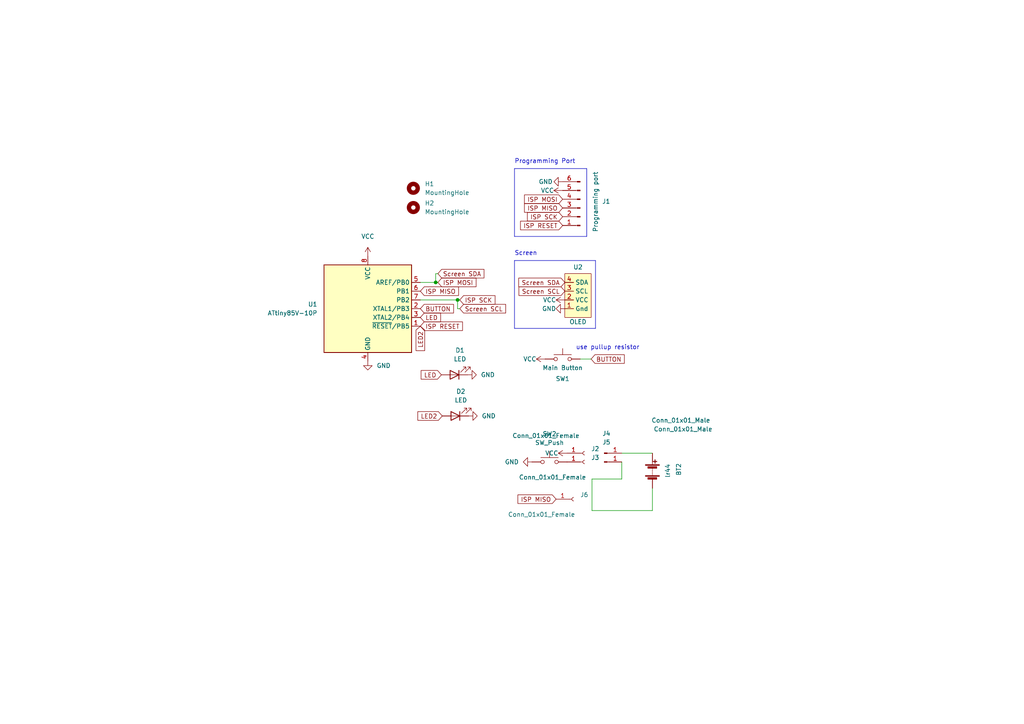
<source format=kicad_sch>
(kicad_sch (version 20231120) (generator "eeschema") (generator_version "8.0")
  (paper "A4")
  (lib_symbols
    (symbol "Connector:Conn_01x01_Female" (pin_names (offset 1.016) hide)
      (property "Reference" "J" (at 0 2.54 0))
      (property "Value" "Conn_01x01_Female" (at 0 -2.54 0))
      (symbol "Conn_01x01_Female_1_1"
        (polyline (pts (xy -1.27 0) (xy -0.508 0)) (stroke (width 0.1524)))
        (arc (start 0 0.508) (mid -0.5058 0) (end 0 -0.508) (stroke (width 0.1524)))
        (pin passive line (at -5.08 0 0) (length 3.81) (name "Pin_1") (number "1"))
      )
    )
    (symbol "Connector:Conn_01x01_Male" (pin_names (offset 1.016) hide)
      (property "Reference" "J" (at 0 2.54 0))
      (property "Value" "Conn_01x01_Male" (at 0 -2.54 0))
      (symbol "Conn_01x01_Male_1_1"
        (polyline (pts (xy 1.27 0) (xy 0.8636 0)) (stroke (width 0.1524)))
        (rectangle (start 0.8636 0.127) (end 0 -0.127) (stroke (width 0.1524)) (fill (type outline)))
        (pin passive line (at 5.08 0 180) (length 3.81) (name "Pin_1") (number "1"))
      )
    )
    (symbol "Connector:Conn_01x06_Male" (pin_names (offset 1.016) hide)
      (property "Reference" "J" (at 0 7.62 0))
      (property "Value" "Conn_01x06_Male" (at 0 -10.16 0))
      (symbol "Conn_01x06_Male_1_1"
        (polyline (pts (xy 1.27 -7.62) (xy 0.8636 -7.62)) (stroke (width 0.1524)))
        (polyline (pts (xy 1.27 -5.08) (xy 0.8636 -5.08)) (stroke (width 0.1524)))
        (polyline (pts (xy 1.27 -2.54) (xy 0.8636 -2.54)) (stroke (width 0.1524)))
        (polyline (pts (xy 1.27 0) (xy 0.8636 0)) (stroke (width 0.1524)))
        (polyline (pts (xy 1.27 2.54) (xy 0.8636 2.54)) (stroke (width 0.1524)))
        (polyline (pts (xy 1.27 5.08) (xy 0.8636 5.08)) (stroke (width 0.1524)))
        (rectangle (start 0.8636 -7.493) (end 0 -7.747) (stroke (width 0.1524)) (fill (type outline)))
        (rectangle (start 0.8636 -4.953) (end 0 -5.207) (stroke (width 0.1524)) (fill (type outline)))
        (rectangle (start 0.8636 -2.413) (end 0 -2.667) (stroke (width 0.1524)) (fill (type outline)))
        (rectangle (start 0.8636 0.127) (end 0 -0.127) (stroke (width 0.1524)) (fill (type outline)))
        (rectangle (start 0.8636 2.667) (end 0 2.413) (stroke (width 0.1524)) (fill (type outline)))
        (rectangle (start 0.8636 5.207) (end 0 4.953) (stroke (width 0.1524)) (fill (type outline)))
        (pin passive line (at 5.08 5.08 180) (length 3.81) (name "Pin_1") (number "1"))
        (pin passive line (at 5.08 2.54 180) (length 3.81) (name "Pin_2") (number "2"))
        (pin passive line (at 5.08 0 180) (length 3.81) (name "Pin_3") (number "3"))
        (pin passive line (at 5.08 -2.54 180) (length 3.81) (name "Pin_4") (number "4"))
        (pin passive line (at 5.08 -5.08 180) (length 3.81) (name "Pin_5") (number "5"))
        (pin passive line (at 5.08 -7.62 180) (length 3.81) (name "Pin_6") (number "6"))
      )
    )
    (symbol "Device:Battery" (pin_numbers hide) (pin_names (offset 0) hide)
      (property "Reference" "BT" (at 2.54 2.54 0))
      (property "Value" "Battery" (at 2.54 0 0))
      (symbol "Battery_0_1"
        (rectangle (start -2.032 -1.397) (end 2.032 -1.651) (fill (type outline)))
        (rectangle (start -2.032 1.778) (end 2.032 1.524) (fill (type outline)))
        (rectangle (start -1.3208 -1.9812) (end 1.27 -2.4892) (fill (type outline)))
        (rectangle (start -1.3208 1.1938) (end 1.27 0.6858) (fill (type outline)))
        (polyline (pts (xy 0 -1.524) (xy 0 -1.27)))
        (polyline (pts (xy 0 -1.016) (xy 0 -0.762)))
        (polyline (pts (xy 0 -0.508) (xy 0 -0.254)))
        (polyline (pts (xy 0 0) (xy 0 0.254)))
        (polyline (pts (xy 0 0.508) (xy 0 0.762)))
        (polyline (pts (xy 0 1.778) (xy 0 2.54)))
        (polyline (pts (xy 0.254 2.667) (xy 1.27 2.667)) (stroke (width 0.254)))
        (polyline (pts (xy 0.762 3.175) (xy 0.762 2.159)) (stroke (width 0.254)))
      )
      (symbol "Battery_1_1"
        (pin passive line (at 0 5.08 270) (length 2.54) (name "+") (number "1"))
        (pin passive line (at 0 -5.08 90) (length 2.54) (name "-") (number "2"))
      )
    )
    (symbol "Device:LED" (pin_numbers hide) (pin_names (offset 1.016) hide)
      (property "Reference" "D" (at 0 2.54 0))
      (property "Value" "LED" (at 0 -2.54 0))
      (symbol "LED_0_1"
        (polyline (pts (xy -1.27 -1.27) (xy -1.27 1.27)) (stroke (width 0.254)))
        (polyline (pts (xy -1.27 0) (xy 1.27 0)))
        (polyline (pts (xy 1.27 -1.27) (xy 1.27 1.27) (xy -1.27 0) (xy 1.27 -1.27)) (stroke (width 0.254)))
        (polyline (pts (xy -3.048 -0.762) (xy -4.572 -2.286) (xy -3.81 -2.286) (xy -4.572 -2.286) (xy -4.572 -1.524)))
        (polyline (pts (xy -1.778 -0.762) (xy -3.302 -2.286) (xy -2.54 -2.286) (xy -3.302 -2.286) (xy -3.302 -1.524)))
      )
      (symbol "LED_1_1"
        (pin passive line (at -3.81 0 0) (length 2.54) (name "K") (number "1"))
        (pin passive line (at 3.81 0 180) (length 2.54) (name "A") (number "2"))
      )
    )
    (symbol "MCU_Microchip_ATtiny:ATtiny85V-10P"
      (property "Reference" "U" (at -12.7 13.97 0))
      (property "Value" "ATtiny85V-10P" (at 2.54 -13.97 0))
      (symbol "ATtiny85V-10P_0_1"
        (rectangle (start -12.7 -12.7) (end 12.7 12.7) (stroke (width 0.254)) (fill (type background)))
      )
      (symbol "ATtiny85V-10P_1_1"
        (pin bidirectional line (at 15.24 -5.08 180) (length 2.54) (name "~{RESET}/PB5") (number "1"))
        (pin bidirectional line (at 15.24 0 180) (length 2.54) (name "XTAL1/PB3") (number "2"))
        (pin bidirectional line (at 15.24 -2.54 180) (length 2.54) (name "XTAL2/PB4") (number "3"))
        (pin power_in line (at 0 -15.24 90) (length 2.54) (name "GND") (number "4"))
        (pin bidirectional line (at 15.24 7.62 180) (length 2.54) (name "AREF/PB0") (number "5"))
        (pin bidirectional line (at 15.24 5.08 180) (length 2.54) (name "PB1") (number "6"))
        (pin bidirectional line (at 15.24 2.54 180) (length 2.54) (name "PB2") (number "7"))
        (pin power_in line (at 0 15.24 270) (length 2.54) (name "VCC") (number "8"))
      )
    )
    (symbol "Mechanical:MountingHole" (pin_names (offset 1.016))
      (property "Reference" "H" (at 0 5.08 0))
      (property "Value" "MountingHole" (at 0 3.175 0))
      (symbol "MountingHole_0_1"
        (circle (center 0 0) (radius 1.27) (stroke (width 1.27)))
      )
    )
    (symbol "Switch:SW_Push" (pin_numbers hide) (pin_names (offset 1.016) hide)
      (property "Reference" "SW" (at 1.27 2.54 0))
      (property "Value" "SW_Push" (at 0 -1.524 0))
      (symbol "SW_Push_0_1"
        (circle (center -2.032 0) (radius 0.508))
        (polyline (pts (xy 0 1.27) (xy 0 3.048)))
        (polyline (pts (xy 2.54 1.27) (xy -2.54 1.27)))
        (circle (center 2.032 0) (radius 0.508))
        (pin passive line (at -5.08 0 0) (length 2.54) (name "1") (number "1"))
        (pin passive line (at 5.08 0 180) (length 2.54) (name "2") (number "2"))
      )
    )
    (symbol "Tamagotchi:i2c_OLED"
      (property "Reference" "U" (at 0 0 0))
      (property "Value" "i2c_OLED" (at 0 0 0))
      (symbol "i2c_OLED_0_1"
        (rectangle (start -6.35 -2.54) (end 6.35 -10.16) (fill (type background)))
      )
      (symbol "i2c_OLED_1_1"
        (pin input line (at -3.81 -2.54 270) (length 2.54) (name "Gnd") (number "1"))
        (pin input line (at -1.27 -2.54 270) (length 2.54) (name "VCC") (number "2"))
        (pin input line (at 1.27 -2.54 270) (length 2.54) (name "SCL") (number "3"))
        (pin input line (at 3.81 -2.54 270) (length 2.54) (name "SDA") (number "4"))
      )
    )
    (symbol "power:GND" (power) (pin_names (offset 0))
      (property "Value" "GND" (at 0 -3.81 0))
      (symbol "GND_0_1"
        (polyline (pts (xy 0 0) (xy 0 -1.27) (xy 1.27 -1.27) (xy 0 -2.54) (xy -1.27 -1.27) (xy 0 -1.27)))
      )
      (symbol "GND_1_1"
        (pin power_in line (at 0 0 270) (length 0) hide (name "GND") (number "1"))
      )
    )
    (symbol "power:VCC" (power) (pin_names (offset 0))
      (property "Value" "VCC" (at 0 3.81 0))
      (symbol "VCC_0_1"
        (polyline (pts (xy -0.762 1.27) (xy 0 2.54)))
        (polyline (pts (xy 0 0) (xy 0 2.54)))
        (polyline (pts (xy 0 2.54) (xy 0.762 1.27)))
      )
      (symbol "VCC_1_1"
        (pin power_in line (at 0 0 90) (length 0) hide (name "VCC") (number "1"))
      )
    )
  )
  (junction (at 126.365 81.915))
  (junction (at 132.715 86.995))
  (polyline (pts (xy 149.225 75.565) (xy 172.72 75.565)))
  (wire (pts (xy 121.92 86.995) (xy 132.715 86.995)))
  (wire (pts (xy 126.365 79.375) (xy 126.365 81.915)))
  (wire (pts (xy 132.715 89.535) (xy 133.35 89.535)))
  (wire (pts (xy 127 79.375) (xy 126.365 79.375)))
  (wire (pts (xy 171.704 138.938) (xy 180.34 138.938)))
  (polyline (pts (xy 149.225 68.58) (xy 149.225 48.895)))
  (wire (pts (xy 132.715 86.995) (xy 132.715 89.535)))
  (polyline (pts (xy 149.225 48.895) (xy 170.18 48.895)))
  (polyline (pts (xy 149.225 95.25) (xy 149.225 75.565)))
  (wire (pts (xy 171.704 148.082) (xy 171.704 138.938)))
  (polyline (pts (xy 172.72 75.565) (xy 172.72 95.25)))
  (wire (pts (xy 168.275 104.14) (xy 171.45 104.14)))
  (wire (pts (xy 189.23 148.082) (xy 189.23 141.605)))
  (wire (pts (xy 180.34 138.938) (xy 180.34 133.985)))
  (polyline (pts (xy 172.72 95.25) (xy 149.225 95.25)))
  (wire (pts (xy 180.34 131.445) (xy 189.23 131.445)))
  (wire (pts (xy 126.365 81.915) (xy 127 81.915)))
  (wire (pts (xy 132.715 86.995) (xy 133.35 86.995)))
  (polyline (pts (xy 170.18 68.58) (xy 149.225 68.58)))
  (wire (pts (xy 171.704 148.082) (xy 189.23 148.082)))
  (wire (pts (xy 121.92 81.915) (xy 126.365 81.915)))
  (polyline (pts (xy 170.18 48.895) (xy 170.18 68.58)))
  (text "Programming Port\n" (at 149.225 47.625 0) (effects (font (size 1.27 1.27)) (justify left bottom)))
  (text "Screen\n" (at 149.225 74.295 0) (effects (font (size 1.27 1.27)) (justify left bottom)))
  (text "use pullup resistor" (at 167.005 101.6 0) (effects (font (size 1.27 1.27)) (justify left bottom)))
  (global_label "Screen SDA" (shape input) (at 163.83 81.915 180) (property "Intersheetrefs" "${INTERSHEET_REFS}" (effects (hide yes))))
  (global_label "BUTTON" (shape input) (at 121.92 89.535 0) (property "Intersheetrefs" "${INTERSHEET_REFS}" (effects (hide yes))))
  (global_label "ISP MOSI" (shape input) (at 127 81.915 0) (property "Intersheetrefs" "${INTERSHEET_REFS}" (effects (hide yes))))
  (global_label "Screen SCL" (shape input) (at 163.83 84.455 180) (property "Intersheetrefs" "${INTERSHEET_REFS}" (effects (hide yes))))
  (global_label "ISP SCK" (shape input) (at 163.195 62.865 180) (property "Intersheetrefs" "${INTERSHEET_REFS}" (effects (hide yes))))
  (global_label "Screen SCL" (shape input) (at 133.35 89.535 0) (property "Intersheetrefs" "${INTERSHEET_REFS}" (effects (hide yes))))
  (global_label "ISP RESET" (shape input) (at 121.92 94.615 0) (property "Intersheetrefs" "${INTERSHEET_REFS}" (effects (hide yes))))
  (global_label "BUTTON" (shape input) (at 171.45 104.14 0) (property "Intersheetrefs" "${INTERSHEET_REFS}" (effects (hide yes))))
  (global_label "LED2" (shape input) (at 121.92 94.615 270) (property "Intersheetrefs" "${INTERSHEET_REFS}" (effects (hide yes))))
  (global_label "ISP MOSI" (shape input) (at 163.195 57.785 180) (property "Intersheetrefs" "${INTERSHEET_REFS}" (effects (hide yes))))
  (global_label "ISP MISO" (shape input) (at 161.29 144.78 180) (property "Intersheetrefs" "${INTERSHEET_REFS}" (effects (hide yes))))
  (global_label "LED" (shape input) (at 121.92 92.075 0) (property "Intersheetrefs" "${INTERSHEET_REFS}" (effects (hide yes))))
  (global_label "ISP RESET" (shape input) (at 163.195 65.405 180) (property "Intersheetrefs" "${INTERSHEET_REFS}" (effects (hide yes))))
  (global_label "ISP MISO" (shape input) (at 163.195 60.325 180) (property "Intersheetrefs" "${INTERSHEET_REFS}" (effects (hide yes))))
  (global_label "ISP SCK" (shape input) (at 133.35 86.995 0) (property "Intersheetrefs" "${INTERSHEET_REFS}" (effects (hide yes))))
  (global_label "Screen SDA" (shape input) (at 127 79.375 0) (property "Intersheetrefs" "${INTERSHEET_REFS}" (effects (hide yes))))
  (global_label "ISP MISO" (shape input) (at 121.92 84.455 0) (property "Intersheetrefs" "${INTERSHEET_REFS}" (effects (hide yes))))
  (global_label "LED" (shape input) (at 128.016 108.712 180) (property "Intersheetrefs" "${INTERSHEET_REFS}" (effects (hide yes))))
  (global_label "LED2" (shape input) (at 128.27 120.65 180) (property "Intersheetrefs" "${INTERSHEET_REFS}" (effects (hide yes))))
  (symbol (lib_id "Device:LED") (at 131.826 108.712 180) (unit 1)
    (property "Reference" "D1" (at 133.4135 101.6 0))
    (property "Value" "LED" (at 133.4135 104.14 0))
    (property "Footprint" "LED_THT:LED_D1.8mm_W3.3mm_H2.4mm" (effects (hide yes)))
  )
  (symbol (lib_id "power:GND") (at 135.636 108.712 90) (unit 1)
    (property "Reference" "#PWR01" (effects (hide yes)))
    (property "Value" "GND" (at 139.446 108.712 90) (effects (justify right)))
  )
  (symbol (lib_id "Connector:Conn_01x01_Female") (at 169.545 131.445 0) (unit 1)
    (property "Reference" "J2" (at 171.45 130.1749 0) (effects (justify left)))
    (property "Value" "Conn_01x01_Female" (at 148.59 126.365 0) (effects (justify left)))
    (property "Footprint" "Connector_PinHeader_2.54mm:PinHeader_1x01_P2.54mm_Vertical" (effects (hide yes)))
  )
  (symbol (lib_id "MCU_Microchip_ATtiny:ATtiny85V-10P") (at 106.68 89.535 0) (unit 1)
    (property "Reference" "U1" (at 92.075 88.2649 0) (effects (justify right)))
    (property "Value" "ATtiny85V-10P" (at 92.075 90.8049 0) (effects (justify right)))
    (property "Footprint" "Package_DIP:DIP-8_W7.62mm" (effects (hide yes)))
    (property "Datasheet" "http://ww1.microchip.com/downloads/en/DeviceDoc/atmel-2586-avr-8-bit-microcontroller-attiny25-attiny45-attiny85_datasheet.pdf" (effects (hide yes)))
  )
  (symbol (lib_id "power:GND") (at 135.89 120.65 90) (unit 1)
    (property "Reference" "#PWR03" (effects (hide yes)))
    (property "Value" "GND" (at 139.7 120.65 90) (effects (justify right)))
  )
  (symbol (lib_id "power:VCC") (at 163.195 55.245 90) (unit 1)
    (property "Reference" "#PWR0105" (effects (hide yes)))
    (property "Value" "VCC" (at 156.845 55.245 90) (effects (justify right)))
  )
  (symbol (lib_id "Connector:Conn_01x01_Female") (at 169.545 133.985 0) (unit 1)
    (property "Reference" "J3" (at 171.45 132.7149 0) (effects (justify left)))
    (property "Value" "Conn_01x01_Female" (at 150.495 138.43 0) (effects (justify left)))
    (property "Footprint" "Connector_PinHeader_2.54mm:PinHeader_1x01_P2.54mm_Vertical" (effects (hide yes)))
  )
  (symbol (lib_id "power:VCC") (at 106.68 74.295 0) (unit 1)
    (property "Reference" "#PWR0104" (effects (hide yes)))
    (property "Value" "VCC" (at 106.68 68.58 0))
  )
  (symbol (lib_id "Tamagotchi:i2c_OLED") (at 161.29 85.725 90) (unit 1)
    (property "Reference" "U2" (at 167.64 77.47 90))
    (property "Value" "OLED" (at 167.64 93.345 90))
    (property "Footprint" "Stepchild:Tiny OLED module" (effects (hide yes)))
  )
  (symbol (lib_id "power:GND") (at 163.83 89.535 270) (unit 1)
    (property "Reference" "#PWR0107" (effects (hide yes)))
    (property "Value" "GND" (at 161.29 89.535 90) (effects (justify right)))
  )
  (symbol (lib_id "power:VCC") (at 158.115 104.14 90) (unit 1)
    (property "Reference" "#PWR0110" (effects (hide yes)))
    (property "Value" "VCC" (at 153.67 104.14 90))
  )
  (symbol (lib_id "power:VCC") (at 163.83 86.995 90) (unit 1)
    (property "Reference" "#PWR0106" (effects (hide yes)))
    (property "Value" "VCC" (at 159.385 86.995 90))
  )
  (symbol (lib_id "Connector:Conn_01x06_Male") (at 168.275 60.325 180) (unit 1)
    (property "Reference" "J1" (at 174.625 58.42 0) (effects (justify right)))
    (property "Value" "Programming port" (at 172.72 67.31 90) (effects (justify right)))
    (property "Footprint" "Connector_PinHeader_2.54mm:PinHeader_1x06_P2.54mm_Vertical" (effects (hide yes)))
  )
  (symbol (lib_id "Device:LED") (at 132.08 120.65 180) (unit 1)
    (property "Reference" "D2" (at 133.6675 113.538 0))
    (property "Value" "LED" (at 133.6675 116.078 0))
    (property "Footprint" "LED_THT:LED_D1.8mm_W3.3mm_H2.4mm" (effects (hide yes)))
  )
  (symbol (lib_id "Mechanical:MountingHole") (at 119.888 60.198 0) (unit 1)
    (property "Reference" "H2" (at 123.19 58.928 0) (effects (justify left)))
    (property "Value" "MountingHole" (at 123.19 61.468 0) (effects (justify left)))
  )
  (symbol (lib_id "Connector:Conn_01x01_Female") (at 166.37 144.78 0) (unit 1)
    (property "Reference" "J6" (at 168.275 143.5099 0) (effects (justify left)))
    (property "Value" "Conn_01x01_Female" (at 147.32 149.225 0) (effects (justify left)))
    (property "Footprint" "Connector_PinHeader_2.54mm:PinHeader_1x01_P2.54mm_Vertical" (effects (hide yes)))
  )
  (symbol (lib_id "Device:Battery") (at 189.23 136.525 0) (unit 1)
    (property "Reference" "BT2" (at 196.85 136.144 90))
    (property "Value" "lr44" (at 193.675 136.525 90))
    (property "Footprint" "Stepchild:Battery Clip" (effects (hide yes)))
  )
  (symbol (lib_id "Switch:SW_Push") (at 163.195 104.14 0) (unit 1)
    (property "Reference" "SW1" (at 163.195 109.855 0))
    (property "Value" "Main Button" (at 163.195 106.68 0))
    (property "Footprint" "Button_Switch_THT:SW_PUSH_6mm" (effects (hide yes)))
  )
  (symbol (lib_id "Switch:SW_Push") (at 159.385 133.985 0) (unit 1)
    (property "Reference" "SW2" (at 159.385 125.857 0))
    (property "Value" "SW_Push" (at 159.385 128.397 0))
    (property "Footprint" "1825232-1:18252321" (effects (hide yes)))
  )
  (symbol (lib_id "power:VCC") (at 164.465 131.445 90) (unit 1)
    (property "Reference" "#PWR0102" (effects (hide yes)))
    (property "Value" "VCC" (at 160.02 131.445 90))
  )
  (symbol (lib_id "power:GND") (at 154.305 133.985 270) (unit 1)
    (property "Reference" "#PWR02" (effects (hide yes)))
    (property "Value" "GND" (at 150.495 133.9849 90) (effects (justify right)))
  )
  (symbol (lib_id "Connector:Conn_01x01_Male") (at 175.26 131.445 0) (unit 1)
    (property "Reference" "J4" (at 175.895 125.73 0))
    (property "Value" "Conn_01x01_Male" (at 198.12 124.46 0))
    (property "Footprint" "Connector_PinHeader_2.54mm:PinHeader_1x01_P2.54mm_Vertical" (effects (hide yes)))
  )
  (symbol (lib_id "power:GND") (at 163.195 52.705 270) (unit 1)
    (property "Reference" "#PWR0109" (effects (hide yes)))
    (property "Value" "GND" (at 156.21 52.705 90) (effects (justify left)))
  )
  (symbol (lib_id "power:GND") (at 106.68 104.775 0) (unit 1)
    (property "Reference" "#PWR0103" (effects (hide yes)))
    (property "Value" "GND" (at 109.22 106.0449 0) (effects (justify left)))
  )
  (symbol (lib_id "Connector:Conn_01x01_Male") (at 175.26 133.985 0) (unit 1)
    (property "Reference" "J5" (at 175.895 128.27 0))
    (property "Value" "Conn_01x01_Male" (at 197.485 121.92 0))
    (property "Footprint" "Connector_PinHeader_2.54mm:PinHeader_1x01_P2.54mm_Vertical" (effects (hide yes)))
  )
  (symbol (lib_id "Mechanical:MountingHole") (at 119.888 54.61 0) (unit 1)
    (property "Reference" "H1" (at 123.19 53.34 0) (effects (justify left)))
    (property "Value" "MountingHole" (at 123.19 55.88 0) (effects (justify left)))
  )
)
</source>
